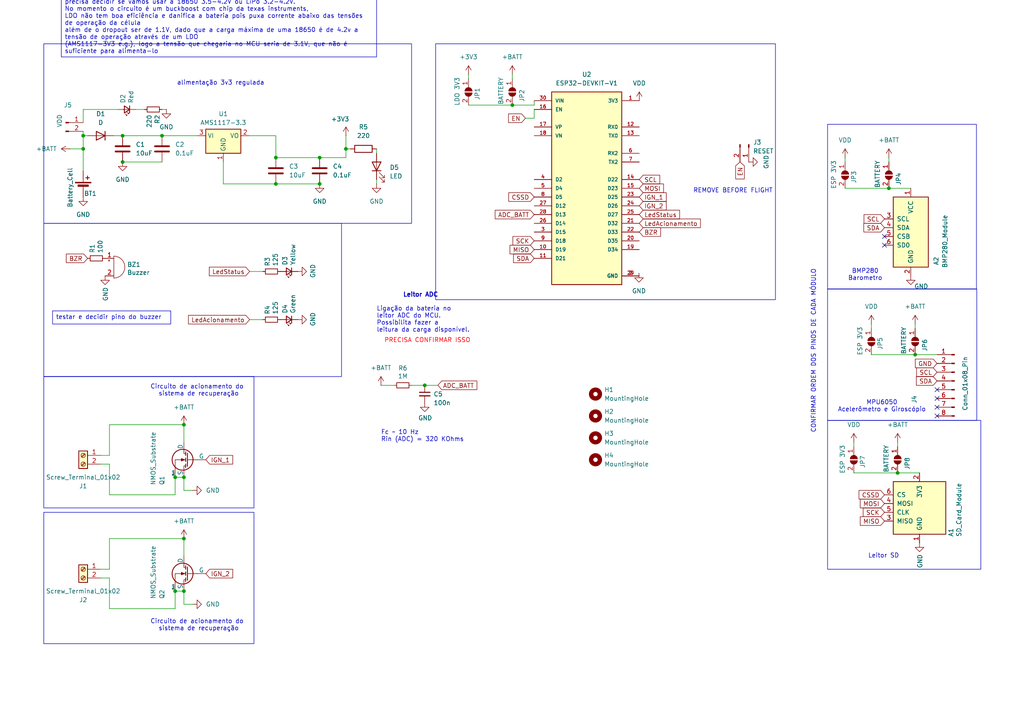
<source format=kicad_sch>
(kicad_sch (version 20231120) (generator "eeschema") (generator_version "8.0")
  (paper "A4")
  (title_block (title "Aviônica Jaburu") (date "30/08/2024") (rev "João Estima") (company "Antares Foguetemodelismo"))
  (lib_symbols
    (symbol "Avionica-rescue:BMP280_Module-Charleslabs_Parts" (pin_names (offset 1.016))
      (property "Reference" "A" (at -5.08 11.43 0))
      (property "Value" "Charleslabs_Parts_BMP280_Module" (at 8.89 11.43 0))
      (symbol "BMP280_Module-Charleslabs_Parts_0_1"
        (rectangle (start -5.08 10.16) (end 5.08 -10.16) (stroke (width 0.254)) (fill (type background)))
      )
      (symbol "BMP280_Module-Charleslabs_Parts_1_1"
        (pin power_in line (at 0 12.7 270) (length 2.54) (name "VCC") (number "1"))
        (pin power_in line (at 0 -12.7 90) (length 2.54) (name "GND") (number "2"))
        (pin input line (at -7.62 3.81 0) (length 2.54) (name "SCL") (number "3"))
        (pin bidirectional line (at -7.62 1.27 0) (length 2.54) (name "SDA") (number "4"))
        (pin input line (at -7.62 -1.27 0) (length 2.54) (name "CSB") (number "5"))
        (pin input line (at -7.62 -3.81 0) (length 2.54) (name "SD0") (number "6"))
      )
    )
    (symbol "Avionica-rescue:Buzzer-Device" (pin_names (offset 0.0254) hide)
      (property "Reference" "BZ" (at 3.81 1.27 0))
      (property "Value" "Device_Buzzer" (at 3.81 -1.27 0))
      (symbol "Buzzer-Device_0_1"
        (arc (start 0 -3.175) (mid 3.175 0) (end 0 3.175))
        (polyline (pts (xy -1.651 1.905) (xy -1.143 1.905)))
        (polyline (pts (xy -1.397 2.159) (xy -1.397 1.651)))
        (polyline (pts (xy 0 3.175) (xy 0 -3.175)))
      )
      (symbol "Buzzer-Device_1_1"
        (pin passive line (at -2.54 2.54 0) (length 2.54) (name "-") (number "1"))
        (pin passive line (at -2.54 -2.54 0) (length 2.54) (name "+") (number "2"))
      )
    )
    (symbol "Avionica-rescue:GND-power" (power) (pin_names (offset 0))
      (property "Value" "power_GND" (at 0 -3.81 0))
      (symbol "GND-power_0_1"
        (polyline (pts (xy 0 0) (xy 0 -1.27) (xy 1.27 -1.27) (xy 0 -2.54) (xy -1.27 -1.27) (xy 0 -1.27)))
      )
      (symbol "GND-power_1_1"
        (pin power_in line (at 0 0 270) (length 0) hide (name "GND") (number "1"))
      )
    )
    (symbol "Avionica-rescue:SD_Card_Module-Charleslabs_Parts" (pin_names (offset 1.016))
      (property "Reference" "A1" (at 9.1186 -8.382 90))
      (property "Value" "SD_Card_Module" (at 11.43 -8.382 90))
      (symbol "SD_Card_Module-Charleslabs_Parts_0_1"
        (rectangle (start -7.62 7.62) (end 7.62 -7.62) (stroke (width 0.254)) (fill (type background)))
      )
      (symbol "SD_Card_Module-Charleslabs_Parts_1_1"
        (pin power_in line (at 0 -10.16 90) (length 2.54) (name "GND") (number "1"))
        (pin power_in line (at 0 10.16 270) (length 2.54) (name "3V3") (number "2"))
        (pin output line (at -10.16 -3.81 0) (length 2.54) (name "MISO") (number "3"))
        (pin input line (at -10.16 1.27 0) (length 2.54) (name "MOSI") (number "4"))
        (pin input line (at -10.16 -1.27 0) (length 2.54) (name "CLK") (number "5"))
        (pin input line (at -10.16 3.81 0) (length 2.54) (name "CS") (number "6"))
      )
    )
    (symbol "Connector:Conn_01x02_Pin" (pin_names (offset 1.016) hide)
      (property "Reference" "J" (at 0 2.54 0))
      (property "Value" "Conn_01x02_Pin" (at 0 -5.08 0))
      (symbol "Conn_01x02_Pin_1_1"
        (polyline (pts (xy 1.27 -2.54) (xy 0.8636 -2.54)) (stroke (width 0.1524)))
        (polyline (pts (xy 1.27 0) (xy 0.8636 0)) (stroke (width 0.1524)))
        (rectangle (start 0.8636 -2.413) (end 0 -2.667) (stroke (width 0.1524)) (fill (type outline)))
        (rectangle (start 0.8636 0.127) (end 0 -0.127) (stroke (width 0.1524)) (fill (type outline)))
        (pin passive line (at 5.08 0 180) (length 3.81) (name "Pin_1") (number "1"))
        (pin passive line (at 5.08 -2.54 180) (length 3.81) (name "Pin_2") (number "2"))
      )
    )
    (symbol "Connector:Conn_01x08_Pin" (pin_names (offset 1.016) hide)
      (property "Reference" "J" (at 0 10.16 0))
      (property "Value" "Conn_01x08_Pin" (at 0 -12.7 0))
      (symbol "Conn_01x08_Pin_1_1"
        (polyline (pts (xy 1.27 -10.16) (xy 0.8636 -10.16)) (stroke (width 0.1524)))
        (polyline (pts (xy 1.27 -7.62) (xy 0.8636 -7.62)) (stroke (width 0.1524)))
        (polyline (pts (xy 1.27 -5.08) (xy 0.8636 -5.08)) (stroke (width 0.1524)))
        (polyline (pts (xy 1.27 -2.54) (xy 0.8636 -2.54)) (stroke (width 0.1524)))
        (polyline (pts (xy 1.27 0) (xy 0.8636 0)) (stroke (width 0.1524)))
        (polyline (pts (xy 1.27 2.54) (xy 0.8636 2.54)) (stroke (width 0.1524)))
        (polyline (pts (xy 1.27 5.08) (xy 0.8636 5.08)) (stroke (width 0.1524)))
        (polyline (pts (xy 1.27 7.62) (xy 0.8636 7.62)) (stroke (width 0.1524)))
        (rectangle (start 0.8636 -10.033) (end 0 -10.287) (stroke (width 0.1524)) (fill (type outline)))
        (rectangle (start 0.8636 -7.493) (end 0 -7.747) (stroke (width 0.1524)) (fill (type outline)))
        (rectangle (start 0.8636 -4.953) (end 0 -5.207) (stroke (width 0.1524)) (fill (type outline)))
        (rectangle (start 0.8636 -2.413) (end 0 -2.667) (stroke (width 0.1524)) (fill (type outline)))
        (rectangle (start 0.8636 0.127) (end 0 -0.127) (stroke (width 0.1524)) (fill (type outline)))
        (rectangle (start 0.8636 2.667) (end 0 2.413) (stroke (width 0.1524)) (fill (type outline)))
        (rectangle (start 0.8636 5.207) (end 0 4.953) (stroke (width 0.1524)) (fill (type outline)))
        (rectangle (start 0.8636 7.747) (end 0 7.493) (stroke (width 0.1524)) (fill (type outline)))
        (pin passive line (at 5.08 7.62 180) (length 3.81) (name "Pin_1") (number "1"))
        (pin passive line (at 5.08 5.08 180) (length 3.81) (name "Pin_2") (number "2"))
        (pin passive line (at 5.08 2.54 180) (length 3.81) (name "Pin_3") (number "3"))
        (pin passive line (at 5.08 0 180) (length 3.81) (name "Pin_4") (number "4"))
        (pin passive line (at 5.08 -2.54 180) (length 3.81) (name "Pin_5") (number "5"))
        (pin passive line (at 5.08 -5.08 180) (length 3.81) (name "Pin_6") (number "6"))
        (pin passive line (at 5.08 -7.62 180) (length 3.81) (name "Pin_7") (number "7"))
        (pin passive line (at 5.08 -10.16 180) (length 3.81) (name "Pin_8") (number "8"))
      )
    )
    (symbol "Connector:Screw_Terminal_01x02" (pin_names (offset 1.016) hide)
      (property "Reference" "J" (at 0 2.54 0))
      (property "Value" "Screw_Terminal_01x02" (at 0 -5.08 0))
      (symbol "Screw_Terminal_01x02_1_1"
        (rectangle (start -1.27 1.27) (end 1.27 -3.81) (stroke (width 0.254)) (fill (type background)))
        (circle (center 0 -2.54) (radius 0.635) (stroke (width 0.1524)))
        (polyline (pts (xy -0.5334 -2.2098) (xy 0.3302 -3.048)) (stroke (width 0.1524)))
        (polyline (pts (xy -0.5334 0.3302) (xy 0.3302 -0.508)) (stroke (width 0.1524)))
        (polyline (pts (xy -0.3556 -2.032) (xy 0.508 -2.8702)) (stroke (width 0.1524)))
        (polyline (pts (xy -0.3556 0.508) (xy 0.508 -0.3302)) (stroke (width 0.1524)))
        (circle (center 0 0) (radius 0.635) (stroke (width 0.1524)))
        (pin passive line (at -5.08 0 0) (length 3.81) (name "Pin_1") (number "1"))
        (pin passive line (at -5.08 -2.54 0) (length 3.81) (name "Pin_2") (number "2"))
      )
    )
    (symbol "Device:Battery_Cell" (pin_numbers hide) (pin_names (offset 0) hide)
      (property "Reference" "BT" (at 2.54 2.54 0))
      (property "Value" "Battery_Cell" (at 2.54 0 0))
      (symbol "Battery_Cell_0_1"
        (rectangle (start -2.286 1.778) (end 2.286 1.524) (fill (type outline)))
        (rectangle (start -1.524 1.016) (end 1.524 0.508) (fill (type outline)))
        (polyline (pts (xy 0 0.762) (xy 0 0)))
        (polyline (pts (xy 0 1.778) (xy 0 2.54)))
        (polyline (pts (xy 0.762 3.048) (xy 1.778 3.048)) (stroke (width 0.254)))
        (polyline (pts (xy 1.27 3.556) (xy 1.27 2.54)) (stroke (width 0.254)))
      )
      (symbol "Battery_Cell_1_1"
        (pin passive line (at 0 5.08 270) (length 2.54) (name "+") (number "1"))
        (pin passive line (at 0 -2.54 90) (length 2.54) (name "-") (number "2"))
      )
    )
    (symbol "Device:C" (pin_numbers hide) (pin_names (offset 0.254))
      (property "Reference" "C" (at 0.635 2.54 0))
      (property "Value" "C" (at 0.635 -2.54 0))
      (symbol "C_0_1"
        (polyline (pts (xy -2.032 -0.762) (xy 2.032 -0.762)) (stroke (width 0.508)))
        (polyline (pts (xy -2.032 0.762) (xy 2.032 0.762)) (stroke (width 0.508)))
      )
      (symbol "C_1_1"
        (pin passive line (at 0 3.81 270) (length 2.794) (name "~") (number "1"))
        (pin passive line (at 0 -3.81 90) (length 2.794) (name "~") (number "2"))
      )
    )
    (symbol "Device:C_Small" (pin_numbers hide) (pin_names (offset 0.254) hide)
      (property "Reference" "C" (at 0.254 1.778 0))
      (property "Value" "C_Small" (at 0.254 -2.032 0))
      (symbol "C_Small_0_1"
        (polyline (pts (xy -1.524 -0.508) (xy 1.524 -0.508)) (stroke (width 0.3302)))
        (polyline (pts (xy -1.524 0.508) (xy 1.524 0.508)) (stroke (width 0.3048)))
      )
      (symbol "C_Small_1_1"
        (pin passive line (at 0 2.54 270) (length 2.032) (name "~") (number "1"))
        (pin passive line (at 0 -2.54 90) (length 2.032) (name "~") (number "2"))
      )
    )
    (symbol "Device:D" (pin_numbers hide) (pin_names (offset 1.016) hide)
      (property "Reference" "D" (at 0 2.54 0))
      (property "Value" "D" (at 0 -2.54 0))
      (symbol "D_0_1"
        (polyline (pts (xy -1.27 1.27) (xy -1.27 -1.27)) (stroke (width 0.254)))
        (polyline (pts (xy 1.27 0) (xy -1.27 0)))
        (polyline (pts (xy 1.27 1.27) (xy 1.27 -1.27) (xy -1.27 0) (xy 1.27 1.27)) (stroke (width 0.254)))
      )
      (symbol "D_1_1"
        (pin passive line (at -3.81 0 0) (length 2.54) (name "K") (number "1"))
        (pin passive line (at 3.81 0 180) (length 2.54) (name "A") (number "2"))
      )
    )
    (symbol "Device:LED" (pin_numbers hide) (pin_names (offset 1.016) hide)
      (property "Reference" "D" (at 0 2.54 0))
      (property "Value" "LED" (at 0 -2.54 0))
      (symbol "LED_0_1"
        (polyline (pts (xy -1.27 -1.27) (xy -1.27 1.27)) (stroke (width 0.254)))
        (polyline (pts (xy -1.27 0) (xy 1.27 0)))
        (polyline (pts (xy 1.27 -1.27) (xy 1.27 1.27) (xy -1.27 0) (xy 1.27 -1.27)) (stroke (width 0.254)))
        (polyline (pts (xy -3.048 -0.762) (xy -4.572 -2.286) (xy -3.81 -2.286) (xy -4.572 -2.286) (xy -4.572 -1.524)))
        (polyline (pts (xy -1.778 -0.762) (xy -3.302 -2.286) (xy -2.54 -2.286) (xy -3.302 -2.286) (xy -3.302 -1.524)))
      )
      (symbol "LED_1_1"
        (pin passive line (at -3.81 0 0) (length 2.54) (name "K") (number "1"))
        (pin passive line (at 3.81 0 180) (length 2.54) (name "A") (number "2"))
      )
    )
    (symbol "Device:LED_Small" (pin_numbers hide) (pin_names (offset 0.254) hide)
      (property "Reference" "D" (at -1.27 3.175 0))
      (property "Value" "LED_Small" (at -4.445 -2.54 0))
      (symbol "LED_Small_0_1"
        (polyline (pts (xy -0.762 -1.016) (xy -0.762 1.016)) (stroke (width 0.254)))
        (polyline (pts (xy 1.016 0) (xy -0.762 0)))
        (polyline (pts (xy 0.762 -1.016) (xy -0.762 0) (xy 0.762 1.016) (xy 0.762 -1.016)) (stroke (width 0.254)))
        (polyline (pts (xy 0 0.762) (xy -0.508 1.27) (xy -0.254 1.27) (xy -0.508 1.27) (xy -0.508 1.016)))
        (polyline (pts (xy 0.508 1.27) (xy 0 1.778) (xy 0.254 1.778) (xy 0 1.778) (xy 0 1.524)))
      )
      (symbol "LED_Small_1_1"
        (pin passive line (at -2.54 0 0) (length 1.778) (name "K") (number "1"))
        (pin passive line (at 2.54 0 180) (length 1.778) (name "A") (number "2"))
      )
    )
    (symbol "Device:R" (pin_numbers hide) (pin_names (offset 0))
      (property "Reference" "R" (at 2.032 0 90))
      (property "Value" "R" (at 0 0 90))
      (symbol "R_0_1"
        (rectangle (start -1.016 -2.54) (end 1.016 2.54) (stroke (width 0.254)))
      )
      (symbol "R_1_1"
        (pin passive line (at 0 3.81 270) (length 1.27) (name "~") (number "1"))
        (pin passive line (at 0 -3.81 90) (length 1.27) (name "~") (number "2"))
      )
    )
    (symbol "Device:R_Small" (pin_numbers hide) (pin_names (offset 0.254) hide)
      (property "Reference" "R" (at 0.762 0.508 0))
      (property "Value" "R_Small" (at 0.762 -1.016 0))
      (symbol "R_Small_0_1"
        (rectangle (start -0.762 1.778) (end 0.762 -1.778) (stroke (width 0.2032)))
      )
      (symbol "R_Small_1_1"
        (pin passive line (at 0 2.54 270) (length 0.762) (name "~") (number "1"))
        (pin passive line (at 0 -2.54 90) (length 0.762) (name "~") (number "2"))
      )
    )
    (symbol "ESP32-DEVKIT-V1:ESP32-DEVKIT-V1" (pin_names (offset 1.016))
      (property "Reference" "U" (at -10.16 30.48 0))
      (property "Value" "ESP32-DEVKIT-V1" (at -10.16 -30.48 0))
      (symbol "ESP32-DEVKIT-V1_0_0"
        (rectangle (start -10.16 -27.94) (end 10.16 27.94) (stroke (width 0.254)) (fill (type background)))
        (pin output line (at 15.24 25.4 180) (length 5.08) (name "3V3") (number "1"))
        (pin bidirectional line (at -15.24 -17.78 0) (length 5.08) (name "D19") (number "10"))
        (pin bidirectional line (at -15.24 -20.32 0) (length 5.08) (name "D21") (number "11"))
        (pin input line (at 15.24 17.78 180) (length 5.08) (name "RX0") (number "12"))
        (pin output line (at 15.24 15.24 180) (length 5.08) (name "TX0") (number "13"))
        (pin bidirectional line (at 15.24 2.54 180) (length 5.08) (name "D22") (number "14"))
        (pin bidirectional line (at 15.24 0 180) (length 5.08) (name "D23") (number "15"))
        (pin input line (at -15.24 22.86 0) (length 5.08) (name "EN") (number "16"))
        (pin bidirectional line (at -15.24 17.78 0) (length 5.08) (name "VP") (number "17"))
        (pin bidirectional line (at -15.24 15.24 0) (length 5.08) (name "VN") (number "18"))
        (pin bidirectional line (at 15.24 -17.78 180) (length 5.08) (name "D34") (number "19"))
        (pin power_in line (at 15.24 -25.4 180) (length 5.08) (name "GND") (number "2"))
        (pin bidirectional line (at 15.24 -15.24 180) (length 5.08) (name "D35") (number "20"))
        (pin bidirectional line (at 15.24 -10.16 180) (length 5.08) (name "D32") (number "21"))
        (pin bidirectional line (at 15.24 -12.7 180) (length 5.08) (name "D33") (number "22"))
        (pin bidirectional line (at 15.24 -2.54 180) (length 5.08) (name "D25") (number "23"))
        (pin bidirectional line (at 15.24 -5.08 180) (length 5.08) (name "D26") (number "24"))
        (pin bidirectional line (at 15.24 -7.62 180) (length 5.08) (name "D27") (number "25"))
        (pin bidirectional line (at -15.24 -10.16 0) (length 5.08) (name "D14") (number "26"))
        (pin bidirectional line (at -15.24 -5.08 0) (length 5.08) (name "D12") (number "27"))
        (pin bidirectional line (at -15.24 -7.62 0) (length 5.08) (name "D13") (number "28"))
        (pin power_in line (at 15.24 -25.4 180) (length 5.08) (name "GND") (number "29"))
        (pin bidirectional line (at -15.24 -12.7 0) (length 5.08) (name "D15") (number "3"))
        (pin input line (at -15.24 25.4 0) (length 5.08) (name "VIN") (number "30"))
        (pin bidirectional line (at -15.24 2.54 0) (length 5.08) (name "D2") (number "4"))
        (pin bidirectional line (at -15.24 0 0) (length 5.08) (name "D4") (number "5"))
        (pin input line (at 15.24 10.16 180) (length 5.08) (name "RX2") (number "6"))
        (pin output line (at 15.24 7.62 180) (length 5.08) (name "TX2") (number "7"))
        (pin bidirectional line (at -15.24 -2.54 0) (length 5.08) (name "D5") (number "8"))
        (pin bidirectional line (at -15.24 -15.24 0) (length 5.08) (name "D18") (number "9"))
      )
    )
    (symbol "Jumper:SolderJumper_2_Open" (pin_names (offset 0) hide)
      (property "Reference" "JP" (at 0 2.032 0))
      (property "Value" "SolderJumper_2_Open" (at 0 -2.54 0))
      (symbol "SolderJumper_2_Open_0_1"
        (arc (start -0.254 1.016) (mid -1.2656 0) (end -0.254 -1.016))
        (arc (start -0.254 1.016) (mid -1.2656 0) (end -0.254 -1.016) (fill (type outline)))
        (polyline (pts (xy -0.254 1.016) (xy -0.254 -1.016)))
        (polyline (pts (xy 0.254 1.016) (xy 0.254 -1.016)))
        (arc (start 0.254 -1.016) (mid 1.2656 0) (end 0.254 1.016))
        (arc (start 0.254 -1.016) (mid 1.2656 0) (end 0.254 1.016) (fill (type outline)))
      )
      (symbol "SolderJumper_2_Open_1_1"
        (pin passive line (at -3.81 0 0) (length 2.54) (name "A") (number "1"))
        (pin passive line (at 3.81 0 180) (length 2.54) (name "B") (number "2"))
      )
    )
    (symbol "Mechanical:MountingHole" (pin_names (offset 1.016))
      (property "Reference" "H" (at 0 5.08 0))
      (property "Value" "MountingHole" (at 0 3.175 0))
      (symbol "MountingHole_0_1"
        (circle (center 0 0) (radius 1.27) (stroke (width 1.27)))
      )
    )
    (symbol "Regulator_Linear:AMS1117-3.3"
      (property "Reference" "U" (at -3.81 3.175 0))
      (property "Value" "AMS1117-3.3" (at 0 3.175 0))
      (symbol "AMS1117-3.3_0_1"
        (rectangle (start -5.08 -5.08) (end 5.08 1.905) (stroke (width 0.254)) (fill (type background)))
      )
      (symbol "AMS1117-3.3_1_1"
        (pin power_in line (at 0 -7.62 90) (length 2.54) (name "GND") (number "1"))
        (pin power_out line (at 7.62 0 180) (length 2.54) (name "VO") (number "2"))
        (pin power_in line (at -7.62 0 0) (length 2.54) (name "VI") (number "3"))
      )
    )
    (symbol "Simulation_SPICE:NMOS_Substrate" (pin_numbers hide) (pin_names (offset 0))
      (property "Reference" "Q" (at 6.985 1.27 0))
      (property "Value" "NMOS_Substrate" (at 6.985 -1.27 0))
      (symbol "NMOS_Substrate_0_1"
        (polyline (pts (xy 1.524 0) (xy -1.27 0)))
        (polyline (pts (xy 1.524 1.905) (xy 1.524 -1.905)) (stroke (width 0.254)))
        (polyline (pts (xy 2.032 -1.27) (xy 2.032 -2.286)) (stroke (width 0.254)))
        (polyline (pts (xy 2.032 0.508) (xy 2.032 -0.508)) (stroke (width 0.254)))
        (polyline (pts (xy 2.032 2.286) (xy 2.032 1.27)) (stroke (width 0.254)))
        (polyline (pts (xy 2.032 1.778) (xy 2.54 1.778) (xy 2.54 2.54)))
        (polyline (pts (xy 2.54 -2.54) (xy 2.54 -1.778) (xy 2.032 -1.778)))
        (polyline (pts (xy 5.08 -2.54) (xy 5.08 0) (xy 2.032 0)))
        (polyline (pts (xy 2.286 0) (xy 3.302 0.381) (xy 3.302 -0.381) (xy 2.286 0)) (fill (type outline)))
        (circle (center 2.921 0) (radius 3.0294) (stroke (width 0.254)))
      )
      (symbol "NMOS_Substrate_1_1"
        (pin passive line (at 2.54 5.08 270) (length 2.54) (name "D") (number "1"))
        (pin input line (at -3.81 0 0) (length 2.54) (name "G") (number "2"))
        (pin passive line (at 2.54 -5.08 90) (length 2.54) (name "S") (number "3"))
        (pin input line (at 5.08 -5.08 90) (length 2.54) (name "Bulk") (number "4"))
      )
    )
    (symbol "power:+3V3" (power) (pin_numbers hide) (pin_names (offset 0) hide)
      (property "Value" "+3V3" (at 0 3.556 0))
      (symbol "+3V3_0_1"
        (polyline (pts (xy -0.762 1.27) (xy 0 2.54)))
        (polyline (pts (xy 0 0) (xy 0 2.54)))
        (polyline (pts (xy 0 2.54) (xy 0.762 1.27)))
      )
      (symbol "+3V3_1_1"
        (pin power_in line (at 0 0 90) (length 0) (name "~") (number "1"))
      )
    )
    (symbol "power:+BATT" (power) (pin_numbers hide) (pin_names (offset 0) hide)
      (property "Value" "+BATT" (at 0 3.556 0))
      (symbol "+BATT_0_1"
        (polyline (pts (xy -0.762 1.27) (xy 0 2.54)))
        (polyline (pts (xy 0 0) (xy 0 2.54)))
        (polyline (pts (xy 0 2.54) (xy 0.762 1.27)))
      )
      (symbol "+BATT_1_1"
        (pin power_in line (at 0 0 90) (length 0) (name "~") (number "1"))
      )
    )
    (symbol "power:GND" (power) (pin_numbers hide) (pin_names (offset 0) hide)
      (property "Value" "GND" (at 0 -3.81 0))
      (symbol "GND_0_1"
        (polyline (pts (xy 0 0) (xy 0 -1.27) (xy 1.27 -1.27) (xy 0 -2.54) (xy -1.27 -1.27) (xy 0 -1.27)))
      )
      (symbol "GND_1_1"
        (pin power_in line (at 0 0 270) (length 0) (name "~") (number "1"))
      )
    )
    (symbol "power:VDD" (power) (pin_numbers hide) (pin_names (offset 0) hide)
      (property "Value" "VDD" (at 0 3.556 0))
      (symbol "VDD_0_1"
        (polyline (pts (xy -0.762 1.27) (xy 0 2.54)))
        (polyline (pts (xy 0 0) (xy 0 2.54)))
        (polyline (pts (xy 0 2.54) (xy 0.762 1.27)))
      )
      (symbol "VDD_1_1"
        (pin power_in line (at 0 0 90) (length 0) (name "~") (number "1"))
      )
    )
  )
  (junction (at 257.81 54.61))
  (junction (at 53.34 123.19))
  (junction (at 50.8 138.43))
  (junction (at 148.59 30.48))
  (junction (at 260.35 137.16))
  (junction (at 92.71 45.72))
  (junction (at 53.34 171.45))
  (junction (at 100.33 43.18))
  (junction (at 24.13 43.18))
  (junction (at 265.43 102.87))
  (junction (at 53.34 138.43))
  (junction (at 80.01 53.34))
  (junction (at 46.99 39.37))
  (junction (at 50.8 171.45))
  (junction (at 123.19 111.76))
  (junction (at 80.01 45.72))
  (junction (at 35.56 39.37))
  (junction (at 92.71 53.34))
  (junction (at 53.34 156.21))
  (junction (at 35.56 46.99))
  (junction (at 24.13 39.37))
  (no_connect (at 271.78 115.57))
  (no_connect (at 271.78 113.03))
  (no_connect (at 271.78 118.11))
  (no_connect (at 271.78 120.65))
  (no_connect (at 256.54 71.12))
  (no_connect (at 256.54 68.58))
  (wire (pts (xy 80.01 53.34) (xy 92.71 53.34)))
  (wire (pts (xy 72.39 78.74) (xy 76.2 78.74)))
  (wire (pts (xy 24.13 39.37) (xy 24.13 43.18)))
  (wire (pts (xy 257.81 46.99) (xy 257.81 45.72)))
  (wire (pts (xy 119.38 111.76) (xy 123.19 111.76)))
  (wire (pts (xy 24.13 43.18) (xy 24.13 49.53)))
  (wire (pts (xy 245.11 45.72) (xy 245.11 46.99)))
  (wire (pts (xy 64.77 46.99) (xy 64.77 53.34)))
  (wire (pts (xy 33.02 39.37) (xy 35.56 39.37)))
  (wire (pts (xy 101.6 43.18) (xy 100.33 43.18)))
  (wire (pts (xy 100.33 45.72) (xy 100.33 43.18)))
  (wire (pts (xy 24.13 38.1) (xy 24.13 39.37)))
  (wire (pts (xy 46.99 39.37) (xy 57.15 39.37)))
  (wire (pts (xy 80.01 45.72) (xy 92.71 45.72)))
  (wire (pts (xy 148.59 22.86) (xy 148.59 21.59)))
  (wire (pts (xy 72.39 39.37) (xy 80.01 39.37)))
  (wire (pts (xy 265.43 95.25) (xy 265.43 93.98)))
  (wire (pts (xy 257.81 54.61) (xy 264.16 54.61)))
  (wire (pts (xy 53.34 171.45) (xy 50.8 171.45)))
  (wire (pts (xy 50.8 176.53) (xy 31.75 176.53)))
  (wire (pts (xy 53.34 123.19) (xy 53.34 128.27)))
  (wire (pts (xy 110.49 111.76) (xy 114.3 111.76)))
  (wire (pts (xy 41.91 31.75) (xy 39.37 31.75)))
  (wire (pts (xy 123.19 111.76) (xy 127 111.76)))
  (wire (pts (xy 109.22 52.07) (xy 109.22 53.34)))
  (wire (pts (xy 50.8 171.45) (xy 50.8 176.53)))
  (wire (pts (xy 31.75 134.62) (xy 29.21 134.62)))
  (wire (pts (xy 20.32 43.18) (xy 24.13 43.18)))
  (wire (pts (xy 260.35 129.54) (xy 260.35 128.27)))
  (wire (pts (xy 92.71 45.72) (xy 100.33 45.72)))
  (wire (pts (xy 29.21 165.1) (xy 31.75 165.1)))
  (wire (pts (xy 31.75 123.19) (xy 53.34 123.19)))
  (wire (pts (xy 31.75 143.51) (xy 31.75 134.62)))
  (wire (pts (xy 53.34 175.26) (xy 55.88 175.26)))
  (wire (pts (xy 46.99 31.75) (xy 48.26 31.75)))
  (wire (pts (xy 148.59 30.48) (xy 154.94 30.48)))
  (wire (pts (xy 31.75 167.64) (xy 29.21 167.64)))
  (wire (pts (xy 64.77 53.34) (xy 80.01 53.34)))
  (wire (pts (xy 24.13 39.37) (xy 25.4 39.37)))
  (wire (pts (xy 24.13 31.75) (xy 34.29 31.75)))
  (wire (pts (xy 252.73 93.98) (xy 252.73 95.25)))
  (wire (pts (xy 53.34 175.26) (xy 53.34 171.45)))
  (wire (pts (xy 252.73 102.87) (xy 265.43 102.87)))
  (wire (pts (xy 247.65 128.27) (xy 247.65 129.54)))
  (wire (pts (xy 100.33 43.18) (xy 100.33 39.37)))
  (wire (pts (xy 109.22 43.18) (xy 109.22 44.45)))
  (wire (pts (xy 152.4 34.29) (xy 154.94 34.29)))
  (wire (pts (xy 50.8 143.51) (xy 31.75 143.51)))
  (wire (pts (xy 154.94 34.29) (xy 154.94 31.75)))
  (wire (pts (xy 31.75 176.53) (xy 31.75 167.64)))
  (wire (pts (xy 135.89 21.59) (xy 135.89 22.86)))
  (wire (pts (xy 55.88 142.24) (xy 53.34 142.24)))
  (wire (pts (xy 24.13 31.75) (xy 24.13 35.56)))
  (wire (pts (xy 50.8 138.43) (xy 50.8 143.51)))
  (wire (pts (xy 72.39 92.71) (xy 76.2 92.71)))
  (wire (pts (xy 53.34 156.21) (xy 53.34 161.29)))
  (wire (pts (xy 53.34 142.24) (xy 53.34 138.43)))
  (wire (pts (xy 135.89 30.48) (xy 148.59 30.48)))
  (wire (pts (xy 35.56 46.99) (xy 46.99 46.99)))
  (wire (pts (xy 260.35 137.16) (xy 266.7 137.16)))
  (wire (pts (xy 247.65 137.16) (xy 260.35 137.16)))
  (wire (pts (xy 31.75 156.21) (xy 53.34 156.21)))
  (wire (pts (xy 265.43 102.87) (xy 271.78 102.87)))
  (wire (pts (xy 154.94 30.48) (xy 154.94 29.21)))
  (wire (pts (xy 53.34 138.43) (xy 50.8 138.43)))
  (wire (pts (xy 29.21 132.08) (xy 31.75 132.08)))
  (wire (pts (xy 31.75 165.1) (xy 31.75 156.21)))
  (wire (pts (xy 31.75 132.08) (xy 31.75 123.19)))
  (wire (pts (xy 35.56 39.37) (xy 46.99 39.37)))
  (wire (pts (xy 245.11 54.61) (xy 257.81 54.61)))
  (wire (pts (xy 80.01 39.37) (xy 80.01 45.72)))
  (rectangle (start 12.7 148.59) (end 73.66 186.69))
  (rectangle (start 240.03 121.92) (end 284.48 165.1))
  (rectangle (start 12.7 64.77) (end 99.06 109.22))
  (rectangle (start 12.7 109.22) (end 73.66 147.32))
  (rectangle (start 12.7 12.7) (end 119.38 64.77))
  (rectangle (start 126.3582 12.7) (end 224.912 86.9165))
  (rectangle (start 240.03 83.82) (end 283.3119 121.92))
  (rectangle (start 240.03 36.0487) (end 283.21 83.82))
  (text_box "testar e decidir pino do buzzer\n" (at 15.24 90.17 0) (size 34.29 3.81) (effects (font (size 1.27 1.27)) (justify left top)))
  (text_box "precisa decidir se vamos usar a 18650 3.5-4.2V ou LiPo 3.2-4.2V.\nNo momento o circuito é um buckboost com chip da texas instruments, \nLDO não tem boa eficiência e danifica a bateria pois puxa corrente abaixo das tensões de operação da célula\nalém de o dropout ser de 1.1V, dado que a carga máxima de uma 18650 é de 4.2v a tensão de operação através de um LDO\n(AMS1117-3V3 e.g.), logo a tensão que chegaria no MCU seria de 3.1V, que não é suficiente para alimenta-lo\n" (at 17.78 -1.27 0) (size 91.44 17.78) (effects (font (size 1.27 1.27)) (justify left top)))
  (text "Leitor SD" (at 256.286 161.29 0) (effects (font (size 1.27 1.27))))
  (text "Ligação da bateria no \nleitor ADC do MCU.\nPossibilita fazer a \nleitura da carga disponível." (at 109.22 96.52 0) (effects (font (size 1.27 1.27)) (justify left bottom)))
  (text "Circuito de acionamento do\n sistema de recuperação\n" (at 57.15 113.284 0) (effects (font (size 1.27 1.27))))
  (text "BMP280\nBarometro\n\n" (at 250.952 80.772 0) (effects (font (size 1.27 1.27))))
  (text "Leitor ADC" (at 116.84 86.36 0) (effects (font (size 1.27 1.27) (thickness 0.254) (bold yes)) (justify left bottom)))
  (text "alimentação 3v3 regulada\n" (at 64.008 24.13 0) (effects (font (size 1.27 1.27))))
  (text "MPU6050\nAcelerômetro e Giroscópio\n" (at 255.778 117.856 0) (effects (font (size 1.27 1.27))))
  (text "Fc ~ 10 Hz\nRin (ADC) = 320 KOhms" (at 110.49 128.27 0) (effects (font (size 1.27 1.27)) (justify left bottom)))
  (text "PRECISA CONFIRMAR ISSO" (at 123.952 98.806 0) (effects (font (size 1.27 1.27))))
  (text "REMOVE BEFORE FLIGHT\n" (at 212.598 55.372 0) (effects (font (size 1.27 1.27))))
  (text "Circuito de acionamento do\n sistema de recuperação\n" (at 57.15 181.356 0) (effects (font (size 1.27 1.27))))
  (text "CONFIRMAR ORDEM DOS PINOS DE CADA MÓDULO\n" (at 235.966 101.854 90) (effects (font (size 1.27 1.27))))
  (global_label "CSSD" (shape input) (at 256.54 143.51 180) (property "Intersheetrefs" "${INTERSHEET_REFS}" (effects (hide yes))))
  (global_label "SCL" (shape input) (at 256.54 63.5 180) (property "Intersheetrefs" "${INTERSHEET_REFS}" (effects (hide yes))))
  (global_label "SCL" (shape input) (at 185.42 52.07 0) (property "Intersheetrefs" "${INTERSHEET_REFS}" (effects (hide yes))))
  (global_label "IGN_1" (shape input) (at 185.42 57.15 0) (property "Intersheetrefs" "${INTERSHEET_REFS}" (effects (hide yes))))
  (global_label "BZR" (shape input) (at 185.42 67.31 0) (property "Intersheetrefs" "${INTERSHEET_REFS}" (effects (hide yes))))
  (global_label "SDA" (shape input) (at 154.94 74.93 180) (property "Intersheetrefs" "${INTERSHEET_REFS}" (effects (hide yes))))
  (global_label "ADC_BATT" (shape input) (at 154.94 62.23 180) (property "Intersheetrefs" "${INTERSHEET_REFS}" (effects (hide yes))))
  (global_label "SDA" (shape input) (at 271.78 110.49 180) (property "Intersheetrefs" "${INTERSHEET_REFS}" (effects (hide yes))))
  (global_label "MOSI" (shape input) (at 185.42 54.61 0) (property "Intersheetrefs" "${INTERSHEET_REFS}" (effects (hide yes))))
  (global_label "SCK" (shape input) (at 256.54 148.59 180) (property "Intersheetrefs" "${INTERSHEET_REFS}" (effects (hide yes))))
  (global_label "SCL" (shape input) (at 271.78 107.95 180) (property "Intersheetrefs" "${INTERSHEET_REFS}" (effects (hide yes))))
  (global_label "IGN_2" (shape input) (at 59.69 166.37 0) (property "Intersheetrefs" "${INTERSHEET_REFS}" (effects (hide yes))))
  (global_label "MISO" (shape input) (at 154.94 72.39 180) (property "Intersheetrefs" "${INTERSHEET_REFS}" (effects (hide yes))))
  (global_label "MISO" (shape input) (at 256.54 151.13 180) (property "Intersheetrefs" "${INTERSHEET_REFS}" (effects (hide yes))))
  (global_label "BZR" (shape input) (at 25.4 74.93 180) (property "Intersheetrefs" "${INTERSHEET_REFS}" (effects (hide yes))))
  (global_label "ADC_BATT" (shape input) (at 127 111.76 0) (property "Intersheetrefs" "${INTERSHEET_REFS}" (effects (hide yes))))
  (global_label "IGN_2" (shape input) (at 185.42 59.69 0) (property "Intersheetrefs" "${INTERSHEET_REFS}" (effects (hide yes))))
  (global_label "EN" (shape input) (at 152.4 34.29 180) (property "Intersheetrefs" "${INTERSHEET_REFS}" (effects (hide yes))))
  (global_label "SCK" (shape input) (at 154.94 69.85 180) (property "Intersheetrefs" "${INTERSHEET_REFS}" (effects (hide yes))))
  (global_label "IGN_1" (shape input) (at 59.69 133.35 0) (property "Intersheetrefs" "${INTERSHEET_REFS}" (effects (hide yes))))
  (global_label "LedStatus" (shape input) (at 72.39 78.74 180) (property "Intersheetrefs" "${INTERSHEET_REFS}" (effects (hide yes))))
  (global_label "SDA" (shape input) (at 256.54 66.04 180) (property "Intersheetrefs" "${INTERSHEET_REFS}" (effects (hide yes))))
  (global_label "EN" (shape input) (at 214.63 46.99 270) (property "Intersheetrefs" "${INTERSHEET_REFS}" (effects (hide yes))))
  (global_label "CSSD" (shape input) (at 154.94 57.15 180) (property "Intersheetrefs" "${INTERSHEET_REFS}" (effects (hide yes))))
  (global_label "LedAcionamento" (shape input) (at 185.42 64.77 0) (property "Intersheetrefs" "${INTERSHEET_REFS}" (effects (hide yes))))
  (global_label "MOSI" (shape input) (at 256.54 146.05 180) (property "Intersheetrefs" "${INTERSHEET_REFS}" (effects (hide yes))))
  (global_label "LedAcionamento" (shape input) (at 72.39 92.71 180) (property "Intersheetrefs" "${INTERSHEET_REFS}" (effects (hide yes))))
  (global_label "LedStatus" (shape input) (at 185.42 62.23 0) (property "Intersheetrefs" "${INTERSHEET_REFS}" (effects (hide yes))))
  (global_label "GND" (shape input) (at 271.78 105.41 180) (property "Intersheetrefs" "${INTERSHEET_REFS}" (effects (hide yes))))
  (symbol (lib_id "power:VDD") (at 185.42 29.21 0) (unit 1)
    (property "Reference" "#PWR015" (effects (hide yes)))
    (property "Value" "VDD" (at 185.42 24.13 0))
    (property "Description" "Power symbol creates a global label with name \"VDD\"" (effects (hide yes)))
  )
  (symbol (lib_id "Avionica-rescue:GND-power") (at 30.48 80.01 0) (unit 1)
    (property "Reference" "#PWR03" (effects (hide yes)))
    (property "Value" "GND" (at 30.607 83.2612 90) (effects (justify right)))
  )
  (symbol (lib_id "Regulator_Linear:AMS1117-3.3") (at 64.77 39.37 0) (unit 1)
    (property "Reference" "U1" (at 64.77 33.02 0))
    (property "Value" "AMS1117-3.3" (at 64.77 35.56 0))
    (property "Footprint" "Package_TO_SOT_SMD:SOT-223-3_TabPin2" (effects (hide yes)))
    (property "Datasheet" "http://www.advanced-monolithic.com/pdf/ds1117.pdf" (effects (hide yes)))
    (property "Description" "1A Low Dropout regulator, positive, 3.3V fixed output, SOT-223" (effects (hide yes)))
  )
  (symbol (lib_id "Jumper:SolderJumper_2_Open") (at 247.65 133.35 270) (unit 1)
    (property "Reference" "JP7" (at 250.19 132.0799 0) (effects (justify left)))
    (property "Value" "ESP 3V3" (at 244.348 129.032 0) (effects (justify left)))
    (property "Footprint" "Jumper:SolderJumper-2_P1.3mm_Open_Pad1.0x1.5mm" (effects (hide yes)))
    (property "Description" "Solder Jumper, 2-pole, open" (effects (hide yes)))
  )
  (symbol (lib_id "Avionica-rescue:Buzzer-Device") (at 33.02 77.47 0) (unit 1)
    (property "Reference" "BZ1" (at 36.8808 76.7334 0) (effects (justify left)))
    (property "Value" "Buzzer" (at 36.8808 79.0448 0) (effects (justify left)))
    (property "Footprint" "Buzzer_Beeper:Buzzer_12x9.5RM7.6" (effects (hide yes)))
  )
  (symbol (lib_id "Jumper:SolderJumper_2_Open") (at 148.59 26.67 270) (unit 1)
    (property "Reference" "JP2" (at 151.384 25.908 0) (effects (justify left)))
    (property "Value" "BATTERY" (at 145.288 22.352 0) (effects (justify left)))
    (property "Footprint" "Jumper:SolderJumper-2_P1.3mm_Open_Pad1.0x1.5mm" (effects (hide yes)))
    (property "Description" "Solder Jumper, 2-pole, open" (effects (hide yes)))
  )
  (symbol (lib_id "Mechanical:MountingHole") (at 172.72 133.35 0) (unit 1)
    (property "Reference" "H4" (at 175.26 132.0799 0) (effects (justify left)))
    (property "Value" "MountingHole" (at 175.26 134.6199 0) (effects (justify left)))
    (property "Footprint" "MountingHole:MountingHole_3.2mm_M3" (effects (hide yes)))
    (property "Description" "Mounting Hole without connection" (effects (hide yes)))
  )
  (symbol (lib_id "power:GND") (at 264.16 80.01 0) (unit 1)
    (property "Reference" "#PWR022" (effects (hide yes)))
    (property "Value" "GND" (at 267.208 83.058 0))
    (property "Description" "Power symbol creates a global label with name \"GND\" , ground" (effects (hide yes)))
  )
  (symbol (lib_id "Connector:Conn_01x02_Pin") (at 217.17 41.91 270) (unit 1)
    (property "Reference" "J3" (at 218.44 41.2749 90) (effects (justify left)))
    (property "Value" "RESET" (at 218.44 43.8149 90) (effects (justify left)))
    (property "Footprint" "Connector_PinHeader_1.00mm:PinHeader_1x02_P1.00mm_Vertical" (effects (hide yes)))
    (property "Description" "Generic connector, single row, 01x02, script generated" (effects (hide yes)))
  )
  (symbol (lib_id "ESP32-DEVKIT-V1:ESP32-DEVKIT-V1") (at 170.18 54.61 0) (unit 1)
    (property "Reference" "U2" (at 170.18 21.59 0))
    (property "Value" "ESP32-DEVKIT-V1" (at 170.18 24.13 0))
    (property "Footprint" "ESP32-DEVKIT-V1:MODULE_ESP32_DEVKIT_V1" (effects (hide yes)))
    (property "MF" "Do it" (effects (hide yes)))
    (property "MAXIMUM_PACKAGE_HEIGHT" "6.8 mm" (effects (hide yes)))
    (property "Package" "None" (effects (hide yes)))
    (property "Price" "None" (effects (hide yes)))
    (property "Check_prices" "https://www.snapeda.com/parts/ESP32-DEVKIT-V1/Do+it/view-part/?ref=eda" (effects (hide yes)))
    (property "STANDARD" "Manufacturer Recommendations" (effects (hide yes)))
    (property "PARTREV" "N/A" (effects (hide yes)))
    (property "SnapEDA_Link" "https://www.snapeda.com/parts/ESP32-DEVKIT-V1/Do+it/view-part/?ref=snap" (effects (hide yes)))
    (property "MP" "ESP32-DEVKIT-V1" (effects (hide yes)))
    (property "Description_1" "\nDual core, Wi-Fi: 2.4 GHz up to 150 Mbits/s,BLE (Bluetooth Low Energy) and legacy Bluetooth, 32 bits, Up to 240 MHz\n" (effects (hide yes)))
    (property "Availability" "Not in stock" (effects (hide yes)))
    (property "MANUFACTURER" "DOIT" (effects (hide yes)))
  )
  (symbol (lib_id "Device:R_Small") (at 78.74 92.71 90) (unit 1)
    (property "Reference" "R4" (at 77.5716 91.2114 0) (effects (justify left)))
    (property "Value" "125" (at 79.883 91.2114 0) (effects (justify left)))
    (property "Footprint" "Resistor_THT:R_Axial_DIN0207_L6.3mm_D2.5mm_P10.16mm_Horizontal" (effects (hide yes)))
  )
  (symbol (lib_id "power:+3V3") (at 247.65 128.27 0) (unit 1)
    (property "Reference" "#PWR018" (effects (hide yes)))
    (property "Value" "VDD" (at 247.65 123.19 0))
    (property "Description" "Power symbol creates a global label with name \"+3V3\"" (effects (hide yes)))
  )
  (symbol (lib_id "Jumper:SolderJumper_2_Open") (at 257.81 50.8 270) (unit 1)
    (property "Reference" "JP4" (at 260.604 50.038 0) (effects (justify left)))
    (property "Value" "BATTERY" (at 254.508 46.482 0) (effects (justify left)))
    (property "Footprint" "Jumper:SolderJumper-2_P1.3mm_Open_Pad1.0x1.5mm" (effects (hide yes)))
    (property "Description" "Solder Jumper, 2-pole, open" (effects (hide yes)))
  )
  (symbol (lib_id "Avionica-rescue:GND-power") (at 123.19 116.84 0) (unit 1)
    (property "Reference" "#PWR014" (effects (hide yes)))
    (property "Value" "GND" (at 123.317 121.2342 0))
  )
  (symbol (lib_id "Device:R") (at 105.41 43.18 90) (unit 1)
    (property "Reference" "R5" (at 105.41 36.83 90))
    (property "Value" "220" (at 105.41 39.37 90))
    (property "Footprint" "Resistor_THT:R_Axial_DIN0207_L6.3mm_D2.5mm_P10.16mm_Horizontal" (effects (hide yes)))
    (property "Description" "Resistor" (effects (hide yes)))
  )
  (symbol (lib_id "power:+BATT") (at 53.34 156.21 0) (mirror y) (unit 1)
    (property "Reference" "#PWR06" (effects (hide yes)))
    (property "Value" "+BATT" (at 53.34 151.13 0))
    (property "Description" "Power symbol creates a global label with name \"+BATT\"" (effects (hide yes)))
  )
  (symbol (lib_id "Connector:Conn_01x02_Pin") (at 19.05 35.56 0) (unit 1)
    (property "Reference" "J5" (at 19.685 30.48 0))
    (property "Value" "VDD" (at 17.272 35.052 90))
    (property "Footprint" "Connector_PinHeader_1.00mm:PinHeader_1x02_P1.00mm_Vertical" (effects (hide yes)))
    (property "Description" "Generic connector, single row, 01x02, script generated" (effects (hide yes)))
  )
  (symbol (lib_id "Device:LED_Small") (at 83.82 92.71 180) (unit 1)
    (property "Reference" "D4" (at 82.6516 90.932 90) (effects (justify right)))
    (property "Value" "Green" (at 84.963 90.932 90) (effects (justify right)))
    (property "Footprint" "LED_THT:LED_D3.0mm" (effects (hide yes)))
  )
  (symbol (lib_id "Mechanical:MountingHole") (at 172.72 120.65 0) (unit 1)
    (property "Reference" "H2" (at 175.26 119.3799 0) (effects (justify left)))
    (property "Value" "MountingHole" (at 175.26 121.9199 0) (effects (justify left)))
    (property "Footprint" "MountingHole:MountingHole_3.2mm_M3" (effects (hide yes)))
    (property "Description" "Mounting Hole without connection" (effects (hide yes)))
  )
  (symbol (lib_id "Simulation_SPICE:NMOS_Substrate") (at 55.88 133.35 0) (mirror y) (unit 1)
    (property "Reference" "Q1" (at 46.99 140.716 90) (effects (justify left)))
    (property "Value" "NMOS_Substrate" (at 44.45 140.716 90) (effects (justify left)))
    (property "Footprint" "Package_TO_SOT_THT:TO-220-3_Vertical" (effects (hide yes)))
    (property "Datasheet" "https://ngspice.sourceforge.io/docs/ngspice-html-manual/manual.xhtml#cha_MOSFETs" (effects (hide yes)))
    (property "Description" "N-channel MOSFET symbol with substrate (bulk) pin" (effects (hide yes)))
    (property "Sim.Device" "NMOS" (effects (hide yes)))
    (property "Sim.Type" "MOS1" (effects (hide yes)))
    (property "Sim.Pins" "1=G 2=D 3=S 4=B" (effects (hide yes)))
  )
  (symbol (lib_id "power:+BATT") (at 20.32 43.18 90) (unit 1)
    (property "Reference" "#PWR01" (effects (hide yes)))
    (property "Value" "+BATT" (at 16.51 43.1799 90) (effects (justify left)))
    (property "Description" "Power symbol creates a global label with name \"+BATT\"" (effects (hide yes)))
  )
  (symbol (lib_id "power:+BATT") (at 260.35 128.27 0) (unit 1)
    (property "Reference" "#PWR019" (effects (hide yes)))
    (property "Value" "+BATT" (at 260.35 123.19 0))
    (property "Description" "Power symbol creates a global label with name \"+BATT\"" (effects (hide yes)))
  )
  (symbol (lib_id "power:GND") (at 24.13 57.15 0) (unit 1)
    (property "Reference" "#PWR02" (effects (hide yes)))
    (property "Value" "GND" (at 24.13 62.23 0))
    (property "Description" "Power symbol creates a global label with name \"GND\" , ground" (effects (hide yes)))
  )
  (symbol (lib_id "Jumper:SolderJumper_2_Open") (at 265.43 99.06 270) (unit 1)
    (property "Reference" "JP6" (at 268.224 98.298 0) (effects (justify left)))
    (property "Value" "BATTERY" (at 262.128 94.742 0) (effects (justify left)))
    (property "Footprint" "Jumper:SolderJumper-2_P1.3mm_Open_Pad1.0x1.5mm" (effects (hide yes)))
    (property "Description" "Solder Jumper, 2-pole, open" (effects (hide yes)))
  )
  (symbol (lib_id "Device:Battery_Cell") (at 24.13 54.61 0) (unit 1)
    (property "Reference" "BT1" (at 24.384 56.134 0) (effects (justify left)))
    (property "Value" "Battery_Cell" (at 20.32 60.198 90) (effects (justify left)))
    (property "Footprint" "Connector_Phoenix_MSTB:PhoenixContact_MSTBA_2,5_2-G_1x02_P5.00mm_Horizontal" (effects (hide yes)))
    (property "Description" "Single-cell battery" (effects (hide yes)))
  )
  (symbol (lib_id "Avionica-rescue:GND-power") (at 86.36 92.71 90) (unit 1)
    (property "Reference" "#PWR09" (effects (hide yes)))
    (property "Value" "GND" (at 90.7542 92.583 0))
  )
  (symbol (lib_id "power:GND") (at 55.88 175.26 90) (mirror x) (unit 1)
    (property "Reference" "#PWR026" (effects (hide yes)))
    (property "Value" "GND" (at 59.69 175.2601 90) (effects (justify right)))
    (property "Description" "Power symbol creates a global label with name \"GND\" , ground" (effects (hide yes)))
  )
  (symbol (lib_id "power:GND") (at 109.22 53.34 0) (unit 1)
    (property "Reference" "#PWR012" (effects (hide yes)))
    (property "Value" "GND" (at 109.22 58.42 0))
    (property "Description" "Power symbol creates a global label with name \"GND\" , ground" (effects (hide yes)))
  )
  (symbol (lib_id "Device:R_Small") (at 44.45 31.75 270) (unit 1)
    (property "Reference" "R2" (at 45.6184 33.2486 0) (effects (justify left)))
    (property "Value" "220" (at 43.307 33.2486 0) (effects (justify left)))
    (property "Footprint" "Resistor_THT:R_Axial_DIN0207_L6.3mm_D2.5mm_P10.16mm_Horizontal" (effects (hide yes)))
  )
  (symbol (lib_id "Jumper:SolderJumper_2_Open") (at 260.35 133.35 270) (unit 1)
    (property "Reference" "JP8" (at 263.144 132.588 0) (effects (justify left)))
    (property "Value" "BATTERY" (at 257.048 129.032 0) (effects (justify left)))
    (property "Footprint" "Jumper:SolderJumper-2_P1.3mm_Open_Pad1.0x1.5mm" (effects (hide yes)))
    (property "Description" "Solder Jumper, 2-pole, open" (effects (hide yes)))
  )
  (symbol (lib_id "power:GND") (at 92.71 53.34 0) (unit 1)
    (property "Reference" "#PWR010" (effects (hide yes)))
    (property "Value" "GND" (at 92.71 58.42 0))
    (property "Description" "Power symbol creates a global label with name \"GND\" , ground" (effects (hide yes)))
  )
  (symbol (lib_id "Jumper:SolderJumper_2_Open") (at 135.89 26.67 270) (unit 1)
    (property "Reference" "JP1" (at 138.43 25.3999 0) (effects (justify left)))
    (property "Value" "LDO 3V3" (at 132.588 22.352 0) (effects (justify left)))
    (property "Footprint" "Jumper:SolderJumper-2_P1.3mm_Open_Pad1.0x1.5mm" (effects (hide yes)))
    (property "Description" "Solder Jumper, 2-pole, open" (effects (hide yes)))
  )
  (symbol (lib_id "power:GND") (at 185.331 79.2965 0) (unit 1)
    (property "Reference" "#PWR016" (effects (hide yes)))
    (property "Value" "GND" (at 185.331 84.3765 0))
    (property "Description" "Power symbol creates a global label with name \"GND\" , ground" (effects (hide yes)))
  )
  (symbol (lib_id "power:+3V3") (at 245.11 45.72 0) (unit 1)
    (property "Reference" "#PWR023" (effects (hide yes)))
    (property "Value" "VDD" (at 245.11 40.64 0))
    (property "Description" "Power symbol creates a global label with name \"+3V3\"" (effects (hide yes)))
  )
  (symbol (lib_id "power:+3V3") (at 252.73 93.98 0) (unit 1)
    (property "Reference" "#PWR021" (effects (hide yes)))
    (property "Value" "VDD" (at 252.73 88.9 0))
    (property "Description" "Power symbol creates a global label with name \"+3V3\"" (effects (hide yes)))
  )
  (symbol (lib_id "Device:R_Small") (at 78.74 78.74 90) (unit 1)
    (property "Reference" "R3" (at 77.5716 77.2414 0) (effects (justify left)))
    (property "Value" "125" (at 79.883 77.2414 0) (effects (justify left)))
    (property "Footprint" "Resistor_THT:R_Axial_DIN0207_L6.3mm_D2.5mm_P10.16mm_Horizontal" (effects (hide yes)))
  )
  (symbol (lib_id "power:+3V3") (at 135.89 21.59 0) (unit 1)
    (property "Reference" "#PWR027" (effects (hide yes)))
    (property "Value" "+3V3" (at 135.89 16.51 0))
    (property "Description" "Power symbol creates a global label with name \"+3V3\"" (effects (hide yes)))
  )
  (symbol (lib_id "Connector:Screw_Terminal_01x02") (at 24.13 132.08 0) (mirror y) (unit 1)
    (property "Reference" "J1" (at 24.13 140.97 0))
    (property "Value" "Screw_Terminal_01x02" (at 24.13 138.43 0))
    (property "Footprint" "Connector_Phoenix_MSTB:PhoenixContact_MSTBA_2,5_2-G_1x02_P5.00mm_Horizontal" (effects (hide yes)))
    (property "Description" "Generic screw terminal, single row, 01x02, script generated (kicad-library-utils/schlib/autogen/connector/)" (effects (hide yes)))
  )
  (symbol (lib_id "Device:C_Small") (at 123.19 114.3 0) (unit 1)
    (property "Reference" "C5" (at 125.73 114.3 0) (effects (justify left)))
    (property "Value" "100n" (at 125.73 116.84 0) (effects (justify left)))
    (property "Footprint" "Capacitor_THT:CP_Radial_D5.0mm_P2.00mm" (effects (hide yes)))
  )
  (symbol (lib_id "power:+3V3") (at 100.33 39.37 0) (unit 1)
    (property "Reference" "#PWR011" (effects (hide yes)))
    (property "Value" "+3V3" (at 96.012 34.544 0) (effects (justify left)))
    (property "Description" "Power symbol creates a global label with name \"+3V3\"" (effects (hide yes)))
  )
  (symbol (lib_id "Device:C") (at 92.71 49.53 0) (unit 1)
    (property "Reference" "C4" (at 96.52 48.2599 0) (effects (justify left)))
    (property "Value" "0.1uF" (at 96.52 50.7999 0) (effects (justify left)))
    (property "Footprint" "Capacitor_THT:CP_Radial_D5.0mm_P2.00mm" (effects (hide yes)))
    (property "Description" "Unpolarized capacitor" (effects (hide yes)))
  )
  (symbol (lib_id "Device:D") (at 29.21 39.37 180) (unit 1)
    (property "Reference" "D1" (at 29.21 33.02 0))
    (property "Value" "D" (at 29.21 35.56 0))
    (property "Footprint" "Diode_THT:D_DO-34_SOD68_P7.62mm_Horizontal" (effects (hide yes)))
    (property "Description" "Diode" (effects (hide yes)))
    (property "Sim.Device" "D" (effects (hide yes)))
    (property "Sim.Pins" "1=K 2=A" (effects (hide yes)))
  )
  (symbol (lib_id "Device:R_Small") (at 27.94 74.93 90) (unit 1)
    (property "Reference" "R1" (at 26.7716 73.4314 0) (effects (justify left)))
    (property "Value" "100" (at 29.083 73.4314 0) (effects (justify left)))
    (property "Footprint" "Resistor_THT:R_Axial_DIN0207_L6.3mm_D2.5mm_P10.16mm_Horizontal" (effects (hide yes)))
  )
  (symbol (lib_id "Jumper:SolderJumper_2_Open") (at 245.11 50.8 270) (unit 1)
    (property "Reference" "JP3" (at 247.65 49.5299 0) (effects (justify left)))
    (property "Value" "ESP 3V3" (at 241.808 46.482 0) (effects (justify left)))
    (property "Footprint" "Jumper:SolderJumper-2_P1.3mm_Open_Pad1.0x1.5mm" (effects (hide yes)))
    (property "Description" "Solder Jumper, 2-pole, open" (effects (hide yes)))
  )
  (symbol (lib_id "power:+BATT") (at 53.34 123.19 0) (mirror y) (unit 1)
    (property "Reference" "#PWR05" (effects (hide yes)))
    (property "Value" "+BATT" (at 53.34 118.11 0))
    (property "Description" "Power symbol creates a global label with name \"+BATT\"" (effects (hide yes)))
  )
  (symbol (lib_id "power:+BATT") (at 257.81 45.72 0) (unit 1)
    (property "Reference" "#PWR024" (effects (hide yes)))
    (property "Value" "+BATT" (at 257.81 40.64 0))
    (property "Description" "Power symbol creates a global label with name \"+BATT\"" (effects (hide yes)))
  )
  (symbol (lib_id "Jumper:SolderJumper_2_Open") (at 252.73 99.06 270) (unit 1)
    (property "Reference" "JP5" (at 255.27 97.7899 0) (effects (justify left)))
    (property "Value" "ESP 3V3" (at 249.428 94.742 0) (effects (justify left)))
    (property "Footprint" "Jumper:SolderJumper-2_P1.3mm_Open_Pad1.0x1.5mm" (effects (hide yes)))
    (property "Description" "Solder Jumper, 2-pole, open" (effects (hide yes)))
  )
  (symbol (lib_id "Device:C") (at 80.01 49.53 0) (unit 1)
    (property "Reference" "C3" (at 83.82 48.2599 0) (effects (justify left)))
    (property "Value" "10uF" (at 83.82 50.7999 0) (effects (justify left)))
    (property "Footprint" "Capacitor_THT:CP_Radial_D5.0mm_P2.00mm" (effects (hide yes)))
    (property "Description" "Unpolarized capacitor" (effects (hide yes)))
  )
  (symbol (lib_id "Device:LED") (at 109.22 48.26 90) (unit 1)
    (property "Reference" "D5" (at 113.03 48.5774 90) (effects (justify right)))
    (property "Value" "LED" (at 113.03 51.1174 90) (effects (justify right)))
    (property "Footprint" "LED_THT:LED_D5.0mm" (effects (hide yes)))
    (property "Description" "Light emitting diode" (effects (hide yes)))
  )
  (symbol (lib_id "Avionica-rescue:GND-power") (at 266.7 157.48 0) (unit 1)
    (property "Reference" "#PWR020" (effects (hide yes)))
    (property "Value" "GND" (at 266.827 160.7312 90) (effects (justify right)))
  )
  (symbol (lib_id "Connector:Screw_Terminal_01x02") (at 24.13 165.1 0) (mirror y) (unit 1)
    (property "Reference" "J2" (at 24.13 173.99 0))
    (property "Value" "Screw_Terminal_01x02" (at 24.13 171.45 0))
    (property "Footprint" "Connector_Phoenix_MSTB:PhoenixContact_MSTBA_2,5_2-G_1x02_P5.00mm_Horizontal" (effects (hide yes)))
    (property "Description" "Generic screw terminal, single row, 01x02, script generated (kicad-library-utils/schlib/autogen/connector/)" (effects (hide yes)))
  )
  (symbol (lib_id "power:+BATT") (at 148.59 21.59 0) (unit 1)
    (property "Reference" "#PWR028" (effects (hide yes)))
    (property "Value" "+BATT" (at 148.59 16.51 0))
    (property "Description" "Power symbol creates a global label with name \"+BATT\"" (effects (hide yes)))
  )
  (symbol (lib_id "Simulation_SPICE:NMOS_Substrate") (at 55.88 166.37 0) (mirror y) (unit 1)
    (property "Reference" "Q2" (at 46.99 173.736 90) (effects (justify left)))
    (property "Value" "NMOS_Substrate" (at 44.45 173.736 90) (effects (justify left)))
    (property "Footprint" "Package_TO_SOT_THT:TO-220-3_Vertical" (effects (hide yes)))
    (property "Datasheet" "https://ngspice.sourceforge.io/docs/ngspice-html-manual/manual.xhtml#cha_MOSFETs" (effects (hide yes)))
    (property "Description" "N-channel MOSFET symbol with substrate (bulk) pin" (effects (hide yes)))
    (property "Sim.Device" "NMOS" (effects (hide yes)))
    (property "Sim.Type" "MOS1" (effects (hide yes)))
    (property "Sim.Pins" "1=D 2=G 3=S 4=B" (effects (hide yes)))
  )
  (symbol (lib_id "power:GND") (at 35.56 46.99 0) (unit 1)
    (property "Reference" "#PWR04" (effects (hide yes)))
    (property "Value" "GND" (at 35.56 52.07 0))
    (property "Description" "Power symbol creates a global label with name \"GND\" , ground" (effects (hide yes)))
  )
  (symbol (lib_id "Avionica-rescue:BMP280_Module-Charleslabs_Parts") (at 264.16 67.31 0) (unit 1)
    (property "Reference" "A2" (at 271.526 76.962 90) (effects (justify left)))
    (property "Value" "BMP280_Module" (at 274.066 77.724 90) (effects (justify left)))
    (property "Footprint" "BMP280:BMP280_Module" (effects (hide yes)))
  )
  (symbol (lib_id "power:GND") (at 217.17 46.99 90) (unit 1)
    (property "Reference" "#PWR017" (effects (hide yes)))
    (property "Value" "GND" (at 222.25 46.99 0))
    (property "Description" "Power symbol creates a global label with name \"GND\" , ground" (effects (hide yes)))
  )
  (symbol (lib_id "Device:R_Small") (at 116.84 111.76 270) (unit 1)
    (property "Reference" "R6" (at 116.84 106.7816 90))
    (property "Value" "1M" (at 116.84 109.093 90))
    (property "Footprint" "Resistor_THT:R_Axial_DIN0207_L6.3mm_D2.5mm_P10.16mm_Horizontal" (effects (hide yes)))
  )
  (symbol (lib_id "Avionica-rescue:SD_Card_Module-Charleslabs_Parts") (at 266.7 147.32 0) (unit 1)
    (property "Reference" "A1" (at 275.8186 155.702 90) (effects (justify left)))
    (property "Value" "SD_Card_Module" (at 278.13 155.702 90) (effects (justify left)))
    (property "Footprint" "SDcard_module:SD_Card_Module" (effects (hide yes)))
  )
  (symbol (lib_id "Device:C") (at 35.56 43.18 0) (unit 1)
    (property "Reference" "C1" (at 39.37 41.9099 0) (effects (justify left)))
    (property "Value" "10uF" (at 39.37 44.4499 0) (effects (justify left)))
    (property "Footprint" "Capacitor_THT:CP_Radial_D5.0mm_P2.00mm" (effects (hide yes)))
    (property "Description" "Unpolarized capacitor" (effects (hide yes)))
  )
  (symbol (lib_id "Mechanical:MountingHole") (at 172.72 114.3 0) (unit 1)
    (property "Reference" "H1" (at 175.26 113.0299 0) (effects (justify left)))
    (property "Value" "MountingHole" (at 175.26 115.5699 0) (effects (justify left)))
    (property "Footprint" "MountingHole:MountingHole_3.2mm_M3" (effects (hide yes)))
    (property "Description" "Mounting Hole without connection" (effects (hide yes)))
  )
  (symbol (lib_id "Mechanical:MountingHole") (at 172.72 127 0) (unit 1)
    (property "Reference" "H3" (at 175.26 125.7299 0) (effects (justify left)))
    (property "Value" "MountingHole" (at 175.26 128.2699 0) (effects (justify left)))
    (property "Footprint" "MountingHole:MountingHole_3.2mm_M3" (effects (hide yes)))
    (property "Description" "Mounting Hole without connection" (effects (hide yes)))
  )
  (symbol (lib_id "Device:C") (at 46.99 43.18 0) (unit 1)
    (property "Reference" "C2" (at 50.8 41.9099 0) (effects (justify left)))
    (property "Value" "0.1uF" (at 50.8 44.4499 0) (effects (justify left)))
    (property "Footprint" "Capacitor_THT:CP_Radial_D5.0mm_P2.00mm" (effects (hide yes)))
    (property "Description" "Unpolarized capacitor" (effects (hide yes)))
  )
  (symbol (lib_id "Device:LED_Small") (at 83.82 78.74 180) (unit 1)
    (property "Reference" "D3" (at 82.6516 76.962 90) (effects (justify right)))
    (property "Value" "Yellow" (at 84.963 76.962 90) (effects (justify right)))
    (property "Footprint" "LED_THT:LED_D3.0mm" (effects (hide yes)))
  )
  (symbol (lib_id "Avionica-rescue:GND-power") (at 86.36 78.74 90) (unit 1)
    (property "Reference" "#PWR08" (effects (hide yes)))
    (property "Value" "GND" (at 90.7542 78.613 0))
  )
  (symbol (lib_id "Connector:Conn_01x08_Pin") (at 276.86 110.49 0) (mirror y) (unit 1)
    (property "Reference" "J4" (at 265.176 115.824 90))
    (property "Value" "Conn_01x08_Pin" (at 279.908 111.252 90))
    (property "Footprint" "MPU6050:MPU6050" (effects (hide yes)))
    (property "Description" "Generic connector, single row, 01x08, script generated" (effects (hide yes)))
  )
  (symbol (lib_id "power:+BATT") (at 110.49 111.76 0) (unit 1)
    (property "Reference" "#PWR013" (effects (hide yes)))
    (property "Value" "+BATT" (at 110.49 106.68 0))
    (property "Description" "Power symbol creates a global label with name \"+BATT\"" (effects (hide yes)))
  )
  (symbol (lib_id "power:GND") (at 55.88 142.24 90) (mirror x) (unit 1)
    (property "Reference" "#PWR025" (effects (hide yes)))
    (property "Value" "GND" (at 59.69 142.2401 90) (effects (justify right)))
    (property "Description" "Power symbol creates a global label with name \"GND\" , ground" (effects (hide yes)))
  )
  (symbol (lib_id "Device:LED_Small") (at 36.83 31.75 180) (unit 1)
    (property "Reference" "D2" (at 35.6616 29.972 90) (effects (justify right)))
    (property "Value" "Red" (at 37.973 29.972 90) (effects (justify right)))
    (property "Footprint" "LED_THT:LED_D3.0mm" (effects (hide yes)))
  )
  (symbol (lib_id "power:GND") (at 48.26 31.75 0) (unit 1)
    (property "Reference" "#PWR07" (effects (hide yes)))
    (property "Value" "GND" (at 48.26 36.83 0))
    (property "Description" "Power symbol creates a global label with name \"GND\" , ground" (effects (hide yes)))
  )
  (symbol (lib_id "power:+BATT") (at 265.43 93.98 0) (unit 1)
    (property "Reference" "#PWR029" (effects (hide yes)))
    (property "Value" "+BATT" (at 265.43 88.9 0))
    (property "Description" "Power symbol creates a global label with name \"+BATT\"" (effects (hide yes)))
  )
)
</source>
